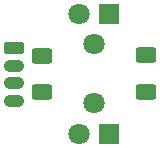
<source format=gbr>
%TF.GenerationSoftware,KiCad,Pcbnew,9.0.0*%
%TF.CreationDate,2025-07-12T00:05:01+02:00*%
%TF.ProjectId,button-pcb,62757474-6f6e-42d7-9063-622e6b696361,rev?*%
%TF.SameCoordinates,Original*%
%TF.FileFunction,Soldermask,Top*%
%TF.FilePolarity,Negative*%
%FSLAX46Y46*%
G04 Gerber Fmt 4.6, Leading zero omitted, Abs format (unit mm)*
G04 Created by KiCad (PCBNEW 9.0.0) date 2025-07-12 00:05:01*
%MOMM*%
%LPD*%
G01*
G04 APERTURE LIST*
G04 Aperture macros list*
%AMRoundRect*
0 Rectangle with rounded corners*
0 $1 Rounding radius*
0 $2 $3 $4 $5 $6 $7 $8 $9 X,Y pos of 4 corners*
0 Add a 4 corners polygon primitive as box body*
4,1,4,$2,$3,$4,$5,$6,$7,$8,$9,$2,$3,0*
0 Add four circle primitives for the rounded corners*
1,1,$1+$1,$2,$3*
1,1,$1+$1,$4,$5*
1,1,$1+$1,$6,$7*
1,1,$1+$1,$8,$9*
0 Add four rect primitives between the rounded corners*
20,1,$1+$1,$2,$3,$4,$5,0*
20,1,$1+$1,$4,$5,$6,$7,0*
20,1,$1+$1,$6,$7,$8,$9,0*
20,1,$1+$1,$8,$9,$2,$3,0*%
G04 Aperture macros list end*
%ADD10RoundRect,0.250000X-0.625000X0.400000X-0.625000X-0.400000X0.625000X-0.400000X0.625000X0.400000X0*%
%ADD11R,1.800000X1.800000*%
%ADD12C,1.800000*%
%ADD13RoundRect,0.250000X0.625000X-0.400000X0.625000X0.400000X-0.625000X0.400000X-0.625000X-0.400000X0*%
%ADD14RoundRect,0.250000X-0.615000X0.265000X-0.615000X-0.265000X0.615000X-0.265000X0.615000X0.265000X0*%
%ADD15O,1.730000X1.030000*%
G04 APERTURE END LIST*
D10*
%TO.C,R2*%
X154400000Y-98400000D03*
X154400000Y-101500000D03*
%TD*%
D11*
%TO.C,D2*%
X151275000Y-105080000D03*
D12*
X148735000Y-105080000D03*
%TD*%
D13*
%TO.C,R1*%
X145600000Y-101550000D03*
X145600000Y-98450000D03*
%TD*%
D12*
%TO.C,SW1*%
X150000000Y-102500000D03*
X150000000Y-97500000D03*
%TD*%
D11*
%TO.C,D1*%
X151275000Y-94920000D03*
D12*
X148735000Y-94920000D03*
%TD*%
D14*
%TO.C,J1*%
X143200000Y-97800000D03*
D15*
X143200000Y-99300000D03*
X143200000Y-100800000D03*
X143200000Y-102300000D03*
%TD*%
M02*

</source>
